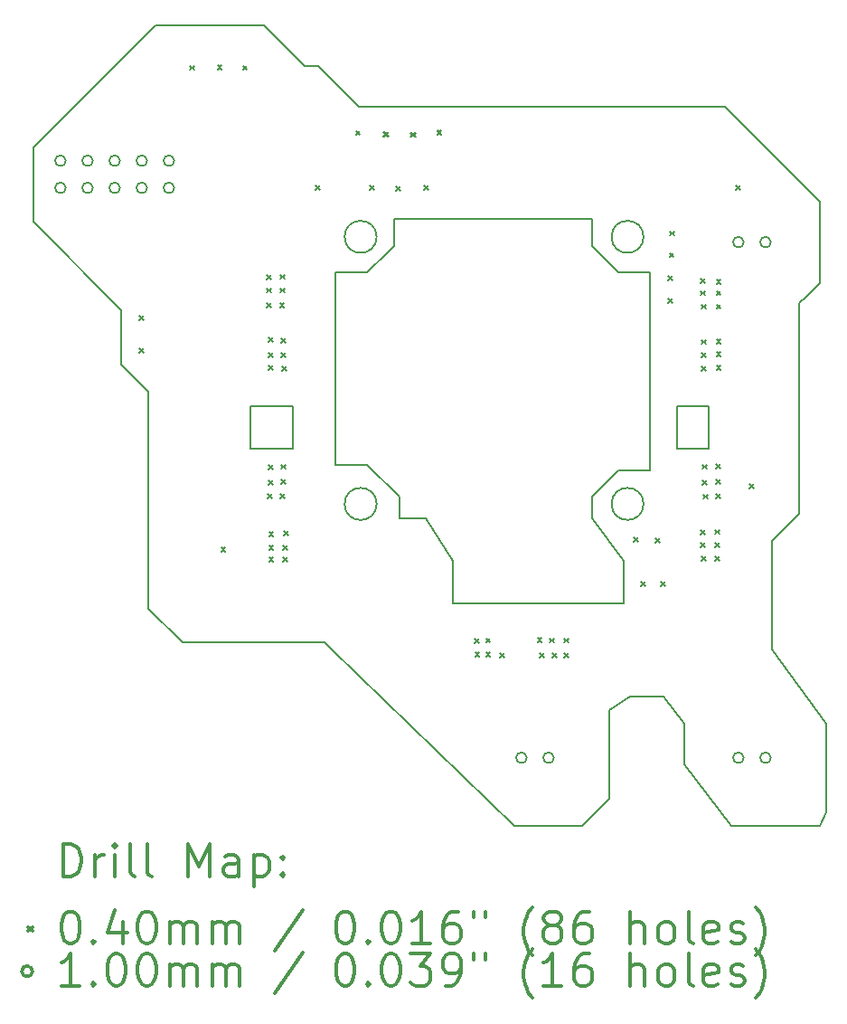
<source format=gbr>
%FSLAX45Y45*%
G04 Gerber Fmt 4.5, Leading zero omitted, Abs format (unit mm)*
G04 Created by KiCad (PCBNEW (5.0.0-rc2-dev-26-g0d794b2)) date Sunday, July 01, 2018 at 09:26:57 PM*
%MOMM*%
%LPD*%
G01*
G04 APERTURE LIST*
%ADD10C,0.150000*%
%ADD11C,0.200000*%
%ADD12C,0.300000*%
G04 APERTURE END LIST*
D10*
X17018000Y-6096000D02*
X16637000Y-5715000D01*
X17399000Y-6096000D02*
X17018000Y-6096000D01*
X13970000Y-7175500D02*
X13970000Y-6477000D01*
X14795500Y-8001000D02*
X13970000Y-7175500D01*
X14795500Y-8509000D02*
X14795500Y-8001000D01*
X15049500Y-8763000D02*
X14795500Y-8509000D01*
X15049500Y-10795000D02*
X15049500Y-8763000D01*
X15367000Y-11112500D02*
X15049500Y-10795000D01*
X16700500Y-11112500D02*
X15367000Y-11112500D01*
X16764000Y-11176000D02*
X16700500Y-11112500D01*
X18478500Y-12827000D02*
X16764000Y-11176000D01*
X19113500Y-12827000D02*
X18478500Y-12827000D01*
X19367500Y-12573000D02*
X19113500Y-12827000D01*
X19367500Y-11747500D02*
X19367500Y-12573000D01*
X19558000Y-11620500D02*
X19367500Y-11747500D01*
X19875500Y-11620500D02*
X19558000Y-11620500D01*
X20066000Y-11874500D02*
X19875500Y-11620500D01*
X20066000Y-12255500D02*
X20066000Y-11874500D01*
X20510500Y-12827000D02*
X20066000Y-12255500D01*
X21336000Y-12827000D02*
X20510500Y-12827000D01*
X21399500Y-12700000D02*
X21336000Y-12827000D01*
X21399500Y-11874500D02*
X21399500Y-12700000D01*
X20891500Y-11176000D02*
X21399500Y-11874500D01*
X20891500Y-10160000D02*
X20891500Y-11176000D01*
X21145500Y-9906000D02*
X20891500Y-10160000D01*
X21145500Y-7937500D02*
X21145500Y-9906000D01*
X21209000Y-7874000D02*
X21145500Y-7937500D01*
X21336000Y-7747000D02*
X21209000Y-7874000D01*
X21336000Y-6985000D02*
X21336000Y-7747000D01*
X20447000Y-6096000D02*
X21336000Y-6985000D01*
X17399000Y-6096000D02*
X20447000Y-6096000D01*
X16510000Y-5715000D02*
X16637000Y-5715000D01*
X16129000Y-5334000D02*
X16510000Y-5715000D01*
X15113000Y-5334000D02*
X16129000Y-5334000D01*
X14986000Y-5461000D02*
X15113000Y-5334000D01*
X13970000Y-6477000D02*
X14986000Y-5461000D01*
X17400000Y-9950000D02*
X17650000Y-9950000D01*
X17900000Y-10350000D02*
X17650000Y-9950000D01*
X19500000Y-10350000D02*
X19200000Y-9950000D01*
X19500000Y-10750000D02*
X17900000Y-10750000D01*
X19500000Y-10700000D02*
X19500000Y-10750000D01*
X19500000Y-10650000D02*
X19500000Y-10700000D01*
X19500000Y-10350000D02*
X19500000Y-10650000D01*
X17900000Y-10750000D02*
X17900000Y-10350000D01*
X19200000Y-9950000D02*
X19200000Y-9900000D01*
X17400000Y-9900000D02*
X17400000Y-9950000D01*
X16800000Y-7650000D02*
X17100000Y-7650000D01*
X16800000Y-9450000D02*
X16800000Y-7650000D01*
X17100000Y-9450000D02*
X16800000Y-9450000D01*
X17400000Y-9750000D02*
X17100000Y-9450000D01*
X17400000Y-9900000D02*
X17400000Y-9750000D01*
X19450000Y-9500000D02*
X19500000Y-9500000D01*
X19200000Y-9750000D02*
X19450000Y-9500000D01*
X19750000Y-9500000D02*
X19750000Y-9450000D01*
X19500000Y-9500000D02*
X19750000Y-9500000D01*
X19200000Y-9900000D02*
X19200000Y-9750000D01*
X19750000Y-9450000D02*
X19750000Y-9400000D01*
X19750000Y-7650000D02*
X19750000Y-9400000D01*
X17350000Y-7150000D02*
X19200000Y-7150000D01*
X19450000Y-7650000D02*
X19750000Y-7650000D01*
X19400000Y-7600000D02*
X19450000Y-7650000D01*
X19200000Y-7400000D02*
X19200000Y-7150000D01*
X19400000Y-7600000D02*
X19200000Y-7400000D01*
X17300000Y-7450000D02*
X17350000Y-7400000D01*
X17350000Y-7150000D02*
X17350000Y-7400000D01*
X17100000Y-7650000D02*
X17300000Y-7450000D01*
X16000000Y-9300000D02*
X16000000Y-8900000D01*
X16400000Y-9300000D02*
X16000000Y-9300000D01*
X16400000Y-8900000D02*
X16400000Y-9300000D01*
X16000000Y-8900000D02*
X16400000Y-8900000D01*
X20300000Y-8900000D02*
X20000000Y-8900000D01*
X20300000Y-9300000D02*
X20300000Y-8900000D01*
X20000000Y-9300000D02*
X20300000Y-9300000D01*
X20000000Y-8900000D02*
X20000000Y-9300000D01*
X17186000Y-7316000D02*
G75*
G03X17186000Y-7316000I-150000J0D01*
G01*
X17186000Y-9816000D02*
G75*
G03X17186000Y-9816000I-150000J0D01*
G01*
X19686000Y-9816000D02*
G75*
G03X19686000Y-9816000I-150000J0D01*
G01*
X19686000Y-7316000D02*
G75*
G03X19686000Y-7316000I-150000J0D01*
G01*
D11*
X14965000Y-8052500D02*
X15005000Y-8092500D01*
X15005000Y-8052500D02*
X14965000Y-8092500D01*
X14966000Y-8362000D02*
X15006000Y-8402000D01*
X15006000Y-8362000D02*
X14966000Y-8402000D01*
X15440000Y-5715000D02*
X15480000Y-5755000D01*
X15480000Y-5715000D02*
X15440000Y-5755000D01*
X15695000Y-5712500D02*
X15735000Y-5752500D01*
X15735000Y-5712500D02*
X15695000Y-5752500D01*
X15730000Y-10222500D02*
X15770000Y-10262500D01*
X15770000Y-10222500D02*
X15730000Y-10262500D01*
X15932500Y-5715000D02*
X15972500Y-5755000D01*
X15972500Y-5715000D02*
X15932500Y-5755000D01*
X16159800Y-7676200D02*
X16199800Y-7716200D01*
X16199800Y-7676200D02*
X16159800Y-7716200D01*
X16159800Y-7796850D02*
X16199800Y-7836850D01*
X16199800Y-7796850D02*
X16159800Y-7836850D01*
X16159800Y-7936550D02*
X16199800Y-7976550D01*
X16199800Y-7936550D02*
X16159800Y-7976550D01*
X16166150Y-9720900D02*
X16206150Y-9760900D01*
X16206150Y-9720900D02*
X16166150Y-9760900D01*
X16172500Y-8260400D02*
X16212500Y-8300400D01*
X16212500Y-8260400D02*
X16172500Y-8300400D01*
X16172500Y-8400100D02*
X16212500Y-8440100D01*
X16212500Y-8400100D02*
X16172500Y-8440100D01*
X16172500Y-8520750D02*
X16212500Y-8560750D01*
X16212500Y-8520750D02*
X16172500Y-8560750D01*
X16172500Y-9454200D02*
X16212500Y-9494200D01*
X16212500Y-9454200D02*
X16172500Y-9494200D01*
X16172500Y-9593900D02*
X16212500Y-9633900D01*
X16212500Y-9593900D02*
X16172500Y-9633900D01*
X16178850Y-10076500D02*
X16218850Y-10116500D01*
X16218850Y-10076500D02*
X16178850Y-10116500D01*
X16178850Y-10203500D02*
X16218850Y-10243500D01*
X16218850Y-10203500D02*
X16178850Y-10243500D01*
X16178850Y-10317800D02*
X16218850Y-10357800D01*
X16218850Y-10317800D02*
X16178850Y-10357800D01*
X16280450Y-7936550D02*
X16320450Y-7976550D01*
X16320450Y-7936550D02*
X16280450Y-7976550D01*
X16286800Y-7669850D02*
X16326800Y-7709850D01*
X16326800Y-7669850D02*
X16286800Y-7709850D01*
X16286800Y-7796850D02*
X16326800Y-7836850D01*
X16326800Y-7796850D02*
X16286800Y-7836850D01*
X16286800Y-9720900D02*
X16326800Y-9760900D01*
X16326800Y-9720900D02*
X16286800Y-9760900D01*
X16293150Y-8266750D02*
X16333150Y-8306750D01*
X16333150Y-8266750D02*
X16293150Y-8306750D01*
X16293150Y-8400100D02*
X16333150Y-8440100D01*
X16333150Y-8400100D02*
X16293150Y-8440100D01*
X16293150Y-9447850D02*
X16333150Y-9487850D01*
X16333150Y-9447850D02*
X16293150Y-9487850D01*
X16293150Y-9587550D02*
X16333150Y-9627550D01*
X16333150Y-9587550D02*
X16293150Y-9627550D01*
X16299500Y-8527100D02*
X16339500Y-8567100D01*
X16339500Y-8527100D02*
X16299500Y-8567100D01*
X16312200Y-10203500D02*
X16352200Y-10243500D01*
X16352200Y-10203500D02*
X16312200Y-10243500D01*
X16312200Y-10317800D02*
X16352200Y-10357800D01*
X16352200Y-10317800D02*
X16312200Y-10357800D01*
X16318550Y-10070150D02*
X16358550Y-10110150D01*
X16358550Y-10070150D02*
X16318550Y-10110150D01*
X16617000Y-6838000D02*
X16657000Y-6878000D01*
X16657000Y-6838000D02*
X16617000Y-6878000D01*
X16991500Y-6323500D02*
X17031500Y-6363500D01*
X17031500Y-6323500D02*
X16991500Y-6363500D01*
X17125000Y-6838000D02*
X17165000Y-6878000D01*
X17165000Y-6838000D02*
X17125000Y-6878000D01*
X17252500Y-6335000D02*
X17292500Y-6375000D01*
X17292500Y-6335000D02*
X17252500Y-6375000D01*
X17257500Y-6337500D02*
X17297500Y-6377500D01*
X17297500Y-6337500D02*
X17257500Y-6377500D01*
X17370000Y-6845000D02*
X17410000Y-6885000D01*
X17410000Y-6845000D02*
X17370000Y-6885000D01*
X17502500Y-6340000D02*
X17542500Y-6380000D01*
X17542500Y-6340000D02*
X17502500Y-6380000D01*
X17510000Y-6340000D02*
X17550000Y-6380000D01*
X17550000Y-6340000D02*
X17510000Y-6380000D01*
X17627500Y-6837500D02*
X17667500Y-6877500D01*
X17667500Y-6837500D02*
X17627500Y-6877500D01*
X17752500Y-6322500D02*
X17792500Y-6362500D01*
X17792500Y-6322500D02*
X17752500Y-6362500D01*
X17752503Y-6323706D02*
X17792503Y-6363706D01*
X17792503Y-6323706D02*
X17752503Y-6363706D01*
X18102900Y-11079800D02*
X18142900Y-11119800D01*
X18142900Y-11079800D02*
X18102900Y-11119800D01*
X18109250Y-11206800D02*
X18149250Y-11246800D01*
X18149250Y-11206800D02*
X18109250Y-11246800D01*
X18210850Y-11073450D02*
X18250850Y-11113450D01*
X18250850Y-11073450D02*
X18210850Y-11113450D01*
X18210850Y-11206800D02*
X18250850Y-11246800D01*
X18250850Y-11206800D02*
X18210850Y-11246800D01*
X18344200Y-11213150D02*
X18384200Y-11253150D01*
X18384200Y-11213150D02*
X18344200Y-11253150D01*
X18693450Y-11067100D02*
X18733450Y-11107100D01*
X18733450Y-11067100D02*
X18693450Y-11107100D01*
X18712500Y-11213150D02*
X18752500Y-11253150D01*
X18752500Y-11213150D02*
X18712500Y-11253150D01*
X18807750Y-11073450D02*
X18847750Y-11113450D01*
X18847750Y-11073450D02*
X18807750Y-11113450D01*
X18833150Y-11213150D02*
X18873150Y-11253150D01*
X18873150Y-11213150D02*
X18833150Y-11253150D01*
X18941100Y-11073450D02*
X18981100Y-11113450D01*
X18981100Y-11073450D02*
X18941100Y-11113450D01*
X18941100Y-11213150D02*
X18981100Y-11253150D01*
X18981100Y-11213150D02*
X18941100Y-11253150D01*
X19595098Y-10132500D02*
X19635098Y-10172500D01*
X19635098Y-10132500D02*
X19595098Y-10172500D01*
X19660000Y-10545000D02*
X19700000Y-10585000D01*
X19700000Y-10545000D02*
X19660000Y-10585000D01*
X19794902Y-10140000D02*
X19834902Y-10180000D01*
X19834902Y-10140000D02*
X19794902Y-10180000D01*
X19850000Y-10545000D02*
X19890000Y-10585000D01*
X19890000Y-10545000D02*
X19850000Y-10585000D01*
X19915000Y-7682598D02*
X19955000Y-7722598D01*
X19955000Y-7682598D02*
X19915000Y-7722598D01*
X19919000Y-7895402D02*
X19959000Y-7935402D01*
X19959000Y-7895402D02*
X19919000Y-7935402D01*
X19930000Y-7467500D02*
X19970000Y-7507500D01*
X19970000Y-7467500D02*
X19930000Y-7507500D01*
X19932500Y-7265000D02*
X19972500Y-7305000D01*
X19972500Y-7265000D02*
X19932500Y-7305000D01*
X20223800Y-7707950D02*
X20263800Y-7747950D01*
X20263800Y-7707950D02*
X20223800Y-7747950D01*
X20223800Y-7822250D02*
X20263800Y-7862250D01*
X20263800Y-7822250D02*
X20223800Y-7862250D01*
X20223800Y-10063800D02*
X20263800Y-10103800D01*
X20263800Y-10063800D02*
X20223800Y-10103800D01*
X20223800Y-10178100D02*
X20263800Y-10218100D01*
X20263800Y-10178100D02*
X20223800Y-10218100D01*
X20230150Y-7949250D02*
X20270150Y-7989250D01*
X20270150Y-7949250D02*
X20230150Y-7989250D01*
X20230150Y-8279450D02*
X20270150Y-8319450D01*
X20270150Y-8279450D02*
X20230150Y-8319450D01*
X20230150Y-8400100D02*
X20270150Y-8440100D01*
X20270150Y-8400100D02*
X20230150Y-8440100D01*
X20230150Y-8527100D02*
X20270150Y-8567100D01*
X20270150Y-8527100D02*
X20230150Y-8567100D01*
X20230150Y-10305100D02*
X20270150Y-10345100D01*
X20270150Y-10305100D02*
X20230150Y-10345100D01*
X20236500Y-9447850D02*
X20276500Y-9487850D01*
X20276500Y-9447850D02*
X20236500Y-9487850D01*
X20236500Y-9593900D02*
X20276500Y-9633900D01*
X20276500Y-9593900D02*
X20236500Y-9633900D01*
X20249200Y-9727250D02*
X20289200Y-9767250D01*
X20289200Y-9727250D02*
X20249200Y-9767250D01*
X20357150Y-10057450D02*
X20397150Y-10097450D01*
X20397150Y-10057450D02*
X20357150Y-10097450D01*
X20357150Y-10178100D02*
X20397150Y-10218100D01*
X20397150Y-10178100D02*
X20357150Y-10218100D01*
X20357150Y-10305100D02*
X20397150Y-10345100D01*
X20397150Y-10305100D02*
X20357150Y-10345100D01*
X20363500Y-9441500D02*
X20403500Y-9481500D01*
X20403500Y-9441500D02*
X20363500Y-9481500D01*
X20363500Y-9587550D02*
X20403500Y-9627550D01*
X20403500Y-9587550D02*
X20363500Y-9627550D01*
X20363500Y-9720900D02*
X20403500Y-9760900D01*
X20403500Y-9720900D02*
X20363500Y-9760900D01*
X20369850Y-7714300D02*
X20409850Y-7754300D01*
X20409850Y-7714300D02*
X20369850Y-7754300D01*
X20369850Y-7822250D02*
X20409850Y-7862250D01*
X20409850Y-7822250D02*
X20369850Y-7862250D01*
X20369850Y-7949250D02*
X20409850Y-7989250D01*
X20409850Y-7949250D02*
X20369850Y-7989250D01*
X20369850Y-8273100D02*
X20409850Y-8313100D01*
X20409850Y-8273100D02*
X20369850Y-8313100D01*
X20369850Y-8393750D02*
X20409850Y-8433750D01*
X20409850Y-8393750D02*
X20369850Y-8433750D01*
X20369850Y-8520750D02*
X20409850Y-8560750D01*
X20409850Y-8520750D02*
X20369850Y-8560750D01*
X20554000Y-6838000D02*
X20594000Y-6878000D01*
X20594000Y-6838000D02*
X20554000Y-6878000D01*
X20681000Y-9632000D02*
X20721000Y-9672000D01*
X20721000Y-9632000D02*
X20681000Y-9672000D01*
X14274000Y-6604000D02*
G75*
G03X14274000Y-6604000I-50000J0D01*
G01*
X14274000Y-6858000D02*
G75*
G03X14274000Y-6858000I-50000J0D01*
G01*
X14528000Y-6604000D02*
G75*
G03X14528000Y-6604000I-50000J0D01*
G01*
X14528000Y-6858000D02*
G75*
G03X14528000Y-6858000I-50000J0D01*
G01*
X14782000Y-6604000D02*
G75*
G03X14782000Y-6604000I-50000J0D01*
G01*
X14782000Y-6858000D02*
G75*
G03X14782000Y-6858000I-50000J0D01*
G01*
X15036000Y-6604000D02*
G75*
G03X15036000Y-6604000I-50000J0D01*
G01*
X15036000Y-6858000D02*
G75*
G03X15036000Y-6858000I-50000J0D01*
G01*
X15290000Y-6604000D02*
G75*
G03X15290000Y-6604000I-50000J0D01*
G01*
X15290000Y-6858000D02*
G75*
G03X15290000Y-6858000I-50000J0D01*
G01*
X20624000Y-7366000D02*
G75*
G03X20624000Y-7366000I-50000J0D01*
G01*
X20878000Y-7366000D02*
G75*
G03X20878000Y-7366000I-50000J0D01*
G01*
X18592000Y-12192000D02*
G75*
G03X18592000Y-12192000I-50000J0D01*
G01*
X18846000Y-12192000D02*
G75*
G03X18846000Y-12192000I-50000J0D01*
G01*
X20624000Y-12192000D02*
G75*
G03X20624000Y-12192000I-50000J0D01*
G01*
X20878000Y-12192000D02*
G75*
G03X20878000Y-12192000I-50000J0D01*
G01*
D12*
X14248928Y-13300214D02*
X14248928Y-13000214D01*
X14320357Y-13000214D01*
X14363214Y-13014500D01*
X14391786Y-13043071D01*
X14406071Y-13071643D01*
X14420357Y-13128786D01*
X14420357Y-13171643D01*
X14406071Y-13228786D01*
X14391786Y-13257357D01*
X14363214Y-13285929D01*
X14320357Y-13300214D01*
X14248928Y-13300214D01*
X14548928Y-13300214D02*
X14548928Y-13100214D01*
X14548928Y-13157357D02*
X14563214Y-13128786D01*
X14577500Y-13114500D01*
X14606071Y-13100214D01*
X14634643Y-13100214D01*
X14734643Y-13300214D02*
X14734643Y-13100214D01*
X14734643Y-13000214D02*
X14720357Y-13014500D01*
X14734643Y-13028786D01*
X14748928Y-13014500D01*
X14734643Y-13000214D01*
X14734643Y-13028786D01*
X14920357Y-13300214D02*
X14891786Y-13285929D01*
X14877500Y-13257357D01*
X14877500Y-13000214D01*
X15077500Y-13300214D02*
X15048928Y-13285929D01*
X15034643Y-13257357D01*
X15034643Y-13000214D01*
X15420357Y-13300214D02*
X15420357Y-13000214D01*
X15520357Y-13214500D01*
X15620357Y-13000214D01*
X15620357Y-13300214D01*
X15891786Y-13300214D02*
X15891786Y-13143071D01*
X15877500Y-13114500D01*
X15848928Y-13100214D01*
X15791786Y-13100214D01*
X15763214Y-13114500D01*
X15891786Y-13285929D02*
X15863214Y-13300214D01*
X15791786Y-13300214D01*
X15763214Y-13285929D01*
X15748928Y-13257357D01*
X15748928Y-13228786D01*
X15763214Y-13200214D01*
X15791786Y-13185929D01*
X15863214Y-13185929D01*
X15891786Y-13171643D01*
X16034643Y-13100214D02*
X16034643Y-13400214D01*
X16034643Y-13114500D02*
X16063214Y-13100214D01*
X16120357Y-13100214D01*
X16148928Y-13114500D01*
X16163214Y-13128786D01*
X16177500Y-13157357D01*
X16177500Y-13243071D01*
X16163214Y-13271643D01*
X16148928Y-13285929D01*
X16120357Y-13300214D01*
X16063214Y-13300214D01*
X16034643Y-13285929D01*
X16306071Y-13271643D02*
X16320357Y-13285929D01*
X16306071Y-13300214D01*
X16291786Y-13285929D01*
X16306071Y-13271643D01*
X16306071Y-13300214D01*
X16306071Y-13114500D02*
X16320357Y-13128786D01*
X16306071Y-13143071D01*
X16291786Y-13128786D01*
X16306071Y-13114500D01*
X16306071Y-13143071D01*
X13922500Y-13774500D02*
X13962500Y-13814500D01*
X13962500Y-13774500D02*
X13922500Y-13814500D01*
X14306071Y-13630214D02*
X14334643Y-13630214D01*
X14363214Y-13644500D01*
X14377500Y-13658786D01*
X14391786Y-13687357D01*
X14406071Y-13744500D01*
X14406071Y-13815929D01*
X14391786Y-13873071D01*
X14377500Y-13901643D01*
X14363214Y-13915929D01*
X14334643Y-13930214D01*
X14306071Y-13930214D01*
X14277500Y-13915929D01*
X14263214Y-13901643D01*
X14248928Y-13873071D01*
X14234643Y-13815929D01*
X14234643Y-13744500D01*
X14248928Y-13687357D01*
X14263214Y-13658786D01*
X14277500Y-13644500D01*
X14306071Y-13630214D01*
X14534643Y-13901643D02*
X14548928Y-13915929D01*
X14534643Y-13930214D01*
X14520357Y-13915929D01*
X14534643Y-13901643D01*
X14534643Y-13930214D01*
X14806071Y-13730214D02*
X14806071Y-13930214D01*
X14734643Y-13615929D02*
X14663214Y-13830214D01*
X14848928Y-13830214D01*
X15020357Y-13630214D02*
X15048928Y-13630214D01*
X15077500Y-13644500D01*
X15091786Y-13658786D01*
X15106071Y-13687357D01*
X15120357Y-13744500D01*
X15120357Y-13815929D01*
X15106071Y-13873071D01*
X15091786Y-13901643D01*
X15077500Y-13915929D01*
X15048928Y-13930214D01*
X15020357Y-13930214D01*
X14991786Y-13915929D01*
X14977500Y-13901643D01*
X14963214Y-13873071D01*
X14948928Y-13815929D01*
X14948928Y-13744500D01*
X14963214Y-13687357D01*
X14977500Y-13658786D01*
X14991786Y-13644500D01*
X15020357Y-13630214D01*
X15248928Y-13930214D02*
X15248928Y-13730214D01*
X15248928Y-13758786D02*
X15263214Y-13744500D01*
X15291786Y-13730214D01*
X15334643Y-13730214D01*
X15363214Y-13744500D01*
X15377500Y-13773071D01*
X15377500Y-13930214D01*
X15377500Y-13773071D02*
X15391786Y-13744500D01*
X15420357Y-13730214D01*
X15463214Y-13730214D01*
X15491786Y-13744500D01*
X15506071Y-13773071D01*
X15506071Y-13930214D01*
X15648928Y-13930214D02*
X15648928Y-13730214D01*
X15648928Y-13758786D02*
X15663214Y-13744500D01*
X15691786Y-13730214D01*
X15734643Y-13730214D01*
X15763214Y-13744500D01*
X15777500Y-13773071D01*
X15777500Y-13930214D01*
X15777500Y-13773071D02*
X15791786Y-13744500D01*
X15820357Y-13730214D01*
X15863214Y-13730214D01*
X15891786Y-13744500D01*
X15906071Y-13773071D01*
X15906071Y-13930214D01*
X16491786Y-13615929D02*
X16234643Y-14001643D01*
X16877500Y-13630214D02*
X16906071Y-13630214D01*
X16934643Y-13644500D01*
X16948928Y-13658786D01*
X16963214Y-13687357D01*
X16977500Y-13744500D01*
X16977500Y-13815929D01*
X16963214Y-13873071D01*
X16948928Y-13901643D01*
X16934643Y-13915929D01*
X16906071Y-13930214D01*
X16877500Y-13930214D01*
X16848928Y-13915929D01*
X16834643Y-13901643D01*
X16820357Y-13873071D01*
X16806071Y-13815929D01*
X16806071Y-13744500D01*
X16820357Y-13687357D01*
X16834643Y-13658786D01*
X16848928Y-13644500D01*
X16877500Y-13630214D01*
X17106071Y-13901643D02*
X17120357Y-13915929D01*
X17106071Y-13930214D01*
X17091786Y-13915929D01*
X17106071Y-13901643D01*
X17106071Y-13930214D01*
X17306071Y-13630214D02*
X17334643Y-13630214D01*
X17363214Y-13644500D01*
X17377500Y-13658786D01*
X17391786Y-13687357D01*
X17406071Y-13744500D01*
X17406071Y-13815929D01*
X17391786Y-13873071D01*
X17377500Y-13901643D01*
X17363214Y-13915929D01*
X17334643Y-13930214D01*
X17306071Y-13930214D01*
X17277500Y-13915929D01*
X17263214Y-13901643D01*
X17248928Y-13873071D01*
X17234643Y-13815929D01*
X17234643Y-13744500D01*
X17248928Y-13687357D01*
X17263214Y-13658786D01*
X17277500Y-13644500D01*
X17306071Y-13630214D01*
X17691786Y-13930214D02*
X17520357Y-13930214D01*
X17606071Y-13930214D02*
X17606071Y-13630214D01*
X17577500Y-13673071D01*
X17548928Y-13701643D01*
X17520357Y-13715929D01*
X17948928Y-13630214D02*
X17891786Y-13630214D01*
X17863214Y-13644500D01*
X17848928Y-13658786D01*
X17820357Y-13701643D01*
X17806071Y-13758786D01*
X17806071Y-13873071D01*
X17820357Y-13901643D01*
X17834643Y-13915929D01*
X17863214Y-13930214D01*
X17920357Y-13930214D01*
X17948928Y-13915929D01*
X17963214Y-13901643D01*
X17977500Y-13873071D01*
X17977500Y-13801643D01*
X17963214Y-13773071D01*
X17948928Y-13758786D01*
X17920357Y-13744500D01*
X17863214Y-13744500D01*
X17834643Y-13758786D01*
X17820357Y-13773071D01*
X17806071Y-13801643D01*
X18091786Y-13630214D02*
X18091786Y-13687357D01*
X18206071Y-13630214D02*
X18206071Y-13687357D01*
X18648928Y-14044500D02*
X18634643Y-14030214D01*
X18606071Y-13987357D01*
X18591786Y-13958786D01*
X18577500Y-13915929D01*
X18563214Y-13844500D01*
X18563214Y-13787357D01*
X18577500Y-13715929D01*
X18591786Y-13673071D01*
X18606071Y-13644500D01*
X18634643Y-13601643D01*
X18648928Y-13587357D01*
X18806071Y-13758786D02*
X18777500Y-13744500D01*
X18763214Y-13730214D01*
X18748928Y-13701643D01*
X18748928Y-13687357D01*
X18763214Y-13658786D01*
X18777500Y-13644500D01*
X18806071Y-13630214D01*
X18863214Y-13630214D01*
X18891786Y-13644500D01*
X18906071Y-13658786D01*
X18920357Y-13687357D01*
X18920357Y-13701643D01*
X18906071Y-13730214D01*
X18891786Y-13744500D01*
X18863214Y-13758786D01*
X18806071Y-13758786D01*
X18777500Y-13773071D01*
X18763214Y-13787357D01*
X18748928Y-13815929D01*
X18748928Y-13873071D01*
X18763214Y-13901643D01*
X18777500Y-13915929D01*
X18806071Y-13930214D01*
X18863214Y-13930214D01*
X18891786Y-13915929D01*
X18906071Y-13901643D01*
X18920357Y-13873071D01*
X18920357Y-13815929D01*
X18906071Y-13787357D01*
X18891786Y-13773071D01*
X18863214Y-13758786D01*
X19177500Y-13630214D02*
X19120357Y-13630214D01*
X19091786Y-13644500D01*
X19077500Y-13658786D01*
X19048928Y-13701643D01*
X19034643Y-13758786D01*
X19034643Y-13873071D01*
X19048928Y-13901643D01*
X19063214Y-13915929D01*
X19091786Y-13930214D01*
X19148928Y-13930214D01*
X19177500Y-13915929D01*
X19191786Y-13901643D01*
X19206071Y-13873071D01*
X19206071Y-13801643D01*
X19191786Y-13773071D01*
X19177500Y-13758786D01*
X19148928Y-13744500D01*
X19091786Y-13744500D01*
X19063214Y-13758786D01*
X19048928Y-13773071D01*
X19034643Y-13801643D01*
X19563214Y-13930214D02*
X19563214Y-13630214D01*
X19691786Y-13930214D02*
X19691786Y-13773071D01*
X19677500Y-13744500D01*
X19648928Y-13730214D01*
X19606071Y-13730214D01*
X19577500Y-13744500D01*
X19563214Y-13758786D01*
X19877500Y-13930214D02*
X19848928Y-13915929D01*
X19834643Y-13901643D01*
X19820357Y-13873071D01*
X19820357Y-13787357D01*
X19834643Y-13758786D01*
X19848928Y-13744500D01*
X19877500Y-13730214D01*
X19920357Y-13730214D01*
X19948928Y-13744500D01*
X19963214Y-13758786D01*
X19977500Y-13787357D01*
X19977500Y-13873071D01*
X19963214Y-13901643D01*
X19948928Y-13915929D01*
X19920357Y-13930214D01*
X19877500Y-13930214D01*
X20148928Y-13930214D02*
X20120357Y-13915929D01*
X20106071Y-13887357D01*
X20106071Y-13630214D01*
X20377500Y-13915929D02*
X20348928Y-13930214D01*
X20291786Y-13930214D01*
X20263214Y-13915929D01*
X20248928Y-13887357D01*
X20248928Y-13773071D01*
X20263214Y-13744500D01*
X20291786Y-13730214D01*
X20348928Y-13730214D01*
X20377500Y-13744500D01*
X20391786Y-13773071D01*
X20391786Y-13801643D01*
X20248928Y-13830214D01*
X20506071Y-13915929D02*
X20534643Y-13930214D01*
X20591786Y-13930214D01*
X20620357Y-13915929D01*
X20634643Y-13887357D01*
X20634643Y-13873071D01*
X20620357Y-13844500D01*
X20591786Y-13830214D01*
X20548928Y-13830214D01*
X20520357Y-13815929D01*
X20506071Y-13787357D01*
X20506071Y-13773071D01*
X20520357Y-13744500D01*
X20548928Y-13730214D01*
X20591786Y-13730214D01*
X20620357Y-13744500D01*
X20734643Y-14044500D02*
X20748928Y-14030214D01*
X20777500Y-13987357D01*
X20791786Y-13958786D01*
X20806071Y-13915929D01*
X20820357Y-13844500D01*
X20820357Y-13787357D01*
X20806071Y-13715929D01*
X20791786Y-13673071D01*
X20777500Y-13644500D01*
X20748928Y-13601643D01*
X20734643Y-13587357D01*
X13962500Y-14190500D02*
G75*
G03X13962500Y-14190500I-50000J0D01*
G01*
X14406071Y-14326214D02*
X14234643Y-14326214D01*
X14320357Y-14326214D02*
X14320357Y-14026214D01*
X14291786Y-14069071D01*
X14263214Y-14097643D01*
X14234643Y-14111929D01*
X14534643Y-14297643D02*
X14548928Y-14311929D01*
X14534643Y-14326214D01*
X14520357Y-14311929D01*
X14534643Y-14297643D01*
X14534643Y-14326214D01*
X14734643Y-14026214D02*
X14763214Y-14026214D01*
X14791786Y-14040500D01*
X14806071Y-14054786D01*
X14820357Y-14083357D01*
X14834643Y-14140500D01*
X14834643Y-14211929D01*
X14820357Y-14269071D01*
X14806071Y-14297643D01*
X14791786Y-14311929D01*
X14763214Y-14326214D01*
X14734643Y-14326214D01*
X14706071Y-14311929D01*
X14691786Y-14297643D01*
X14677500Y-14269071D01*
X14663214Y-14211929D01*
X14663214Y-14140500D01*
X14677500Y-14083357D01*
X14691786Y-14054786D01*
X14706071Y-14040500D01*
X14734643Y-14026214D01*
X15020357Y-14026214D02*
X15048928Y-14026214D01*
X15077500Y-14040500D01*
X15091786Y-14054786D01*
X15106071Y-14083357D01*
X15120357Y-14140500D01*
X15120357Y-14211929D01*
X15106071Y-14269071D01*
X15091786Y-14297643D01*
X15077500Y-14311929D01*
X15048928Y-14326214D01*
X15020357Y-14326214D01*
X14991786Y-14311929D01*
X14977500Y-14297643D01*
X14963214Y-14269071D01*
X14948928Y-14211929D01*
X14948928Y-14140500D01*
X14963214Y-14083357D01*
X14977500Y-14054786D01*
X14991786Y-14040500D01*
X15020357Y-14026214D01*
X15248928Y-14326214D02*
X15248928Y-14126214D01*
X15248928Y-14154786D02*
X15263214Y-14140500D01*
X15291786Y-14126214D01*
X15334643Y-14126214D01*
X15363214Y-14140500D01*
X15377500Y-14169071D01*
X15377500Y-14326214D01*
X15377500Y-14169071D02*
X15391786Y-14140500D01*
X15420357Y-14126214D01*
X15463214Y-14126214D01*
X15491786Y-14140500D01*
X15506071Y-14169071D01*
X15506071Y-14326214D01*
X15648928Y-14326214D02*
X15648928Y-14126214D01*
X15648928Y-14154786D02*
X15663214Y-14140500D01*
X15691786Y-14126214D01*
X15734643Y-14126214D01*
X15763214Y-14140500D01*
X15777500Y-14169071D01*
X15777500Y-14326214D01*
X15777500Y-14169071D02*
X15791786Y-14140500D01*
X15820357Y-14126214D01*
X15863214Y-14126214D01*
X15891786Y-14140500D01*
X15906071Y-14169071D01*
X15906071Y-14326214D01*
X16491786Y-14011929D02*
X16234643Y-14397643D01*
X16877500Y-14026214D02*
X16906071Y-14026214D01*
X16934643Y-14040500D01*
X16948928Y-14054786D01*
X16963214Y-14083357D01*
X16977500Y-14140500D01*
X16977500Y-14211929D01*
X16963214Y-14269071D01*
X16948928Y-14297643D01*
X16934643Y-14311929D01*
X16906071Y-14326214D01*
X16877500Y-14326214D01*
X16848928Y-14311929D01*
X16834643Y-14297643D01*
X16820357Y-14269071D01*
X16806071Y-14211929D01*
X16806071Y-14140500D01*
X16820357Y-14083357D01*
X16834643Y-14054786D01*
X16848928Y-14040500D01*
X16877500Y-14026214D01*
X17106071Y-14297643D02*
X17120357Y-14311929D01*
X17106071Y-14326214D01*
X17091786Y-14311929D01*
X17106071Y-14297643D01*
X17106071Y-14326214D01*
X17306071Y-14026214D02*
X17334643Y-14026214D01*
X17363214Y-14040500D01*
X17377500Y-14054786D01*
X17391786Y-14083357D01*
X17406071Y-14140500D01*
X17406071Y-14211929D01*
X17391786Y-14269071D01*
X17377500Y-14297643D01*
X17363214Y-14311929D01*
X17334643Y-14326214D01*
X17306071Y-14326214D01*
X17277500Y-14311929D01*
X17263214Y-14297643D01*
X17248928Y-14269071D01*
X17234643Y-14211929D01*
X17234643Y-14140500D01*
X17248928Y-14083357D01*
X17263214Y-14054786D01*
X17277500Y-14040500D01*
X17306071Y-14026214D01*
X17506071Y-14026214D02*
X17691786Y-14026214D01*
X17591786Y-14140500D01*
X17634643Y-14140500D01*
X17663214Y-14154786D01*
X17677500Y-14169071D01*
X17691786Y-14197643D01*
X17691786Y-14269071D01*
X17677500Y-14297643D01*
X17663214Y-14311929D01*
X17634643Y-14326214D01*
X17548928Y-14326214D01*
X17520357Y-14311929D01*
X17506071Y-14297643D01*
X17834643Y-14326214D02*
X17891786Y-14326214D01*
X17920357Y-14311929D01*
X17934643Y-14297643D01*
X17963214Y-14254786D01*
X17977500Y-14197643D01*
X17977500Y-14083357D01*
X17963214Y-14054786D01*
X17948928Y-14040500D01*
X17920357Y-14026214D01*
X17863214Y-14026214D01*
X17834643Y-14040500D01*
X17820357Y-14054786D01*
X17806071Y-14083357D01*
X17806071Y-14154786D01*
X17820357Y-14183357D01*
X17834643Y-14197643D01*
X17863214Y-14211929D01*
X17920357Y-14211929D01*
X17948928Y-14197643D01*
X17963214Y-14183357D01*
X17977500Y-14154786D01*
X18091786Y-14026214D02*
X18091786Y-14083357D01*
X18206071Y-14026214D02*
X18206071Y-14083357D01*
X18648928Y-14440500D02*
X18634643Y-14426214D01*
X18606071Y-14383357D01*
X18591786Y-14354786D01*
X18577500Y-14311929D01*
X18563214Y-14240500D01*
X18563214Y-14183357D01*
X18577500Y-14111929D01*
X18591786Y-14069071D01*
X18606071Y-14040500D01*
X18634643Y-13997643D01*
X18648928Y-13983357D01*
X18920357Y-14326214D02*
X18748928Y-14326214D01*
X18834643Y-14326214D02*
X18834643Y-14026214D01*
X18806071Y-14069071D01*
X18777500Y-14097643D01*
X18748928Y-14111929D01*
X19177500Y-14026214D02*
X19120357Y-14026214D01*
X19091786Y-14040500D01*
X19077500Y-14054786D01*
X19048928Y-14097643D01*
X19034643Y-14154786D01*
X19034643Y-14269071D01*
X19048928Y-14297643D01*
X19063214Y-14311929D01*
X19091786Y-14326214D01*
X19148928Y-14326214D01*
X19177500Y-14311929D01*
X19191786Y-14297643D01*
X19206071Y-14269071D01*
X19206071Y-14197643D01*
X19191786Y-14169071D01*
X19177500Y-14154786D01*
X19148928Y-14140500D01*
X19091786Y-14140500D01*
X19063214Y-14154786D01*
X19048928Y-14169071D01*
X19034643Y-14197643D01*
X19563214Y-14326214D02*
X19563214Y-14026214D01*
X19691786Y-14326214D02*
X19691786Y-14169071D01*
X19677500Y-14140500D01*
X19648928Y-14126214D01*
X19606071Y-14126214D01*
X19577500Y-14140500D01*
X19563214Y-14154786D01*
X19877500Y-14326214D02*
X19848928Y-14311929D01*
X19834643Y-14297643D01*
X19820357Y-14269071D01*
X19820357Y-14183357D01*
X19834643Y-14154786D01*
X19848928Y-14140500D01*
X19877500Y-14126214D01*
X19920357Y-14126214D01*
X19948928Y-14140500D01*
X19963214Y-14154786D01*
X19977500Y-14183357D01*
X19977500Y-14269071D01*
X19963214Y-14297643D01*
X19948928Y-14311929D01*
X19920357Y-14326214D01*
X19877500Y-14326214D01*
X20148928Y-14326214D02*
X20120357Y-14311929D01*
X20106071Y-14283357D01*
X20106071Y-14026214D01*
X20377500Y-14311929D02*
X20348928Y-14326214D01*
X20291786Y-14326214D01*
X20263214Y-14311929D01*
X20248928Y-14283357D01*
X20248928Y-14169071D01*
X20263214Y-14140500D01*
X20291786Y-14126214D01*
X20348928Y-14126214D01*
X20377500Y-14140500D01*
X20391786Y-14169071D01*
X20391786Y-14197643D01*
X20248928Y-14226214D01*
X20506071Y-14311929D02*
X20534643Y-14326214D01*
X20591786Y-14326214D01*
X20620357Y-14311929D01*
X20634643Y-14283357D01*
X20634643Y-14269071D01*
X20620357Y-14240500D01*
X20591786Y-14226214D01*
X20548928Y-14226214D01*
X20520357Y-14211929D01*
X20506071Y-14183357D01*
X20506071Y-14169071D01*
X20520357Y-14140500D01*
X20548928Y-14126214D01*
X20591786Y-14126214D01*
X20620357Y-14140500D01*
X20734643Y-14440500D02*
X20748928Y-14426214D01*
X20777500Y-14383357D01*
X20791786Y-14354786D01*
X20806071Y-14311929D01*
X20820357Y-14240500D01*
X20820357Y-14183357D01*
X20806071Y-14111929D01*
X20791786Y-14069071D01*
X20777500Y-14040500D01*
X20748928Y-13997643D01*
X20734643Y-13983357D01*
M02*

</source>
